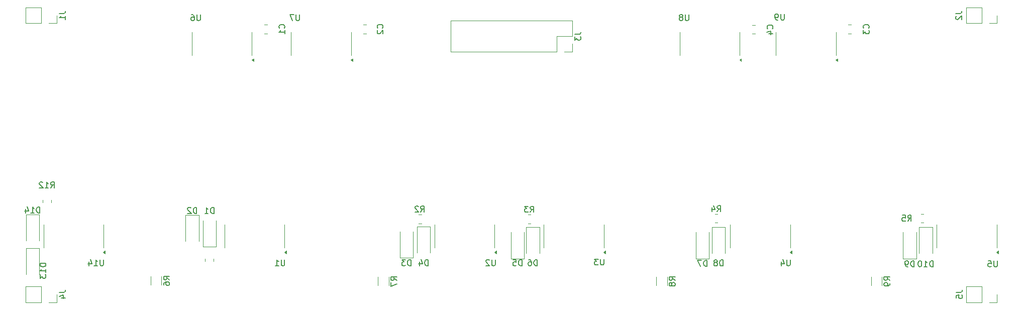
<source format=gbr>
%TF.GenerationSoftware,KiCad,Pcbnew,9.0.0*%
%TF.CreationDate,2025-03-11T11:24:58+01:00*%
%TF.ProjectId,CNIX V2 Tube Board,434e4958-2056-4322-9054-75626520426f,rev?*%
%TF.SameCoordinates,Original*%
%TF.FileFunction,Legend,Bot*%
%TF.FilePolarity,Positive*%
%FSLAX46Y46*%
G04 Gerber Fmt 4.6, Leading zero omitted, Abs format (unit mm)*
G04 Created by KiCad (PCBNEW 9.0.0) date 2025-03-11 11:24:58*
%MOMM*%
%LPD*%
G01*
G04 APERTURE LIST*
%ADD10C,0.150000*%
%ADD11C,0.120000*%
G04 APERTURE END LIST*
D10*
X98338094Y-110354819D02*
X98338094Y-109354819D01*
X98338094Y-109354819D02*
X98099999Y-109354819D01*
X98099999Y-109354819D02*
X97957142Y-109402438D01*
X97957142Y-109402438D02*
X97861904Y-109497676D01*
X97861904Y-109497676D02*
X97814285Y-109592914D01*
X97814285Y-109592914D02*
X97766666Y-109783390D01*
X97766666Y-109783390D02*
X97766666Y-109926247D01*
X97766666Y-109926247D02*
X97814285Y-110116723D01*
X97814285Y-110116723D02*
X97861904Y-110211961D01*
X97861904Y-110211961D02*
X97957142Y-110307200D01*
X97957142Y-110307200D02*
X98099999Y-110354819D01*
X98099999Y-110354819D02*
X98338094Y-110354819D01*
X96814285Y-110354819D02*
X97385713Y-110354819D01*
X97099999Y-110354819D02*
X97099999Y-109354819D01*
X97099999Y-109354819D02*
X97195237Y-109497676D01*
X97195237Y-109497676D02*
X97290475Y-109592914D01*
X97290475Y-109592914D02*
X97385713Y-109640533D01*
X133195955Y-110128473D02*
X133529288Y-109652282D01*
X133767383Y-110128473D02*
X133767383Y-109128473D01*
X133767383Y-109128473D02*
X133386431Y-109128473D01*
X133386431Y-109128473D02*
X133291193Y-109176092D01*
X133291193Y-109176092D02*
X133243574Y-109223711D01*
X133243574Y-109223711D02*
X133195955Y-109318949D01*
X133195955Y-109318949D02*
X133195955Y-109461806D01*
X133195955Y-109461806D02*
X133243574Y-109557044D01*
X133243574Y-109557044D02*
X133291193Y-109604663D01*
X133291193Y-109604663D02*
X133386431Y-109652282D01*
X133386431Y-109652282D02*
X133767383Y-109652282D01*
X132815002Y-109223711D02*
X132767383Y-109176092D01*
X132767383Y-109176092D02*
X132672145Y-109128473D01*
X132672145Y-109128473D02*
X132434050Y-109128473D01*
X132434050Y-109128473D02*
X132338812Y-109176092D01*
X132338812Y-109176092D02*
X132291193Y-109223711D01*
X132291193Y-109223711D02*
X132243574Y-109318949D01*
X132243574Y-109318949D02*
X132243574Y-109414187D01*
X132243574Y-109414187D02*
X132291193Y-109557044D01*
X132291193Y-109557044D02*
X132862621Y-110128473D01*
X132862621Y-110128473D02*
X132243574Y-110128473D01*
X72324819Y-76666666D02*
X73039104Y-76666666D01*
X73039104Y-76666666D02*
X73181961Y-76619047D01*
X73181961Y-76619047D02*
X73277200Y-76523809D01*
X73277200Y-76523809D02*
X73324819Y-76380952D01*
X73324819Y-76380952D02*
X73324819Y-76285714D01*
X73324819Y-77666666D02*
X73324819Y-77095238D01*
X73324819Y-77380952D02*
X72324819Y-77380952D01*
X72324819Y-77380952D02*
X72467676Y-77285714D01*
X72467676Y-77285714D02*
X72562914Y-77190476D01*
X72562914Y-77190476D02*
X72610533Y-77095238D01*
X230361904Y-118354819D02*
X230361904Y-119164342D01*
X230361904Y-119164342D02*
X230314285Y-119259580D01*
X230314285Y-119259580D02*
X230266666Y-119307200D01*
X230266666Y-119307200D02*
X230171428Y-119354819D01*
X230171428Y-119354819D02*
X229980952Y-119354819D01*
X229980952Y-119354819D02*
X229885714Y-119307200D01*
X229885714Y-119307200D02*
X229838095Y-119259580D01*
X229838095Y-119259580D02*
X229790476Y-119164342D01*
X229790476Y-119164342D02*
X229790476Y-118354819D01*
X228838095Y-118354819D02*
X229314285Y-118354819D01*
X229314285Y-118354819D02*
X229361904Y-118831009D01*
X229361904Y-118831009D02*
X229314285Y-118783390D01*
X229314285Y-118783390D02*
X229219047Y-118735771D01*
X229219047Y-118735771D02*
X228980952Y-118735771D01*
X228980952Y-118735771D02*
X228885714Y-118783390D01*
X228885714Y-118783390D02*
X228838095Y-118831009D01*
X228838095Y-118831009D02*
X228790476Y-118926247D01*
X228790476Y-118926247D02*
X228790476Y-119164342D01*
X228790476Y-119164342D02*
X228838095Y-119259580D01*
X228838095Y-119259580D02*
X228885714Y-119307200D01*
X228885714Y-119307200D02*
X228980952Y-119354819D01*
X228980952Y-119354819D02*
X229219047Y-119354819D01*
X229219047Y-119354819D02*
X229314285Y-119307200D01*
X229314285Y-119307200D02*
X229361904Y-119259580D01*
X164061904Y-118054819D02*
X164061904Y-118864342D01*
X164061904Y-118864342D02*
X164014285Y-118959580D01*
X164014285Y-118959580D02*
X163966666Y-119007200D01*
X163966666Y-119007200D02*
X163871428Y-119054819D01*
X163871428Y-119054819D02*
X163680952Y-119054819D01*
X163680952Y-119054819D02*
X163585714Y-119007200D01*
X163585714Y-119007200D02*
X163538095Y-118959580D01*
X163538095Y-118959580D02*
X163490476Y-118864342D01*
X163490476Y-118864342D02*
X163490476Y-118054819D01*
X163109523Y-118054819D02*
X162490476Y-118054819D01*
X162490476Y-118054819D02*
X162823809Y-118435771D01*
X162823809Y-118435771D02*
X162680952Y-118435771D01*
X162680952Y-118435771D02*
X162585714Y-118483390D01*
X162585714Y-118483390D02*
X162538095Y-118531009D01*
X162538095Y-118531009D02*
X162490476Y-118626247D01*
X162490476Y-118626247D02*
X162490476Y-118864342D01*
X162490476Y-118864342D02*
X162538095Y-118959580D01*
X162538095Y-118959580D02*
X162585714Y-119007200D01*
X162585714Y-119007200D02*
X162680952Y-119054819D01*
X162680952Y-119054819D02*
X162966666Y-119054819D01*
X162966666Y-119054819D02*
X163061904Y-119007200D01*
X163061904Y-119007200D02*
X163109523Y-118959580D01*
X192459580Y-79233333D02*
X192507200Y-79185714D01*
X192507200Y-79185714D02*
X192554819Y-79042857D01*
X192554819Y-79042857D02*
X192554819Y-78947619D01*
X192554819Y-78947619D02*
X192507200Y-78804762D01*
X192507200Y-78804762D02*
X192411961Y-78709524D01*
X192411961Y-78709524D02*
X192316723Y-78661905D01*
X192316723Y-78661905D02*
X192126247Y-78614286D01*
X192126247Y-78614286D02*
X191983390Y-78614286D01*
X191983390Y-78614286D02*
X191792914Y-78661905D01*
X191792914Y-78661905D02*
X191697676Y-78709524D01*
X191697676Y-78709524D02*
X191602438Y-78804762D01*
X191602438Y-78804762D02*
X191554819Y-78947619D01*
X191554819Y-78947619D02*
X191554819Y-79042857D01*
X191554819Y-79042857D02*
X191602438Y-79185714D01*
X191602438Y-79185714D02*
X191650057Y-79233333D01*
X191888152Y-80090476D02*
X192554819Y-80090476D01*
X191507200Y-79852381D02*
X192221485Y-79614286D01*
X192221485Y-79614286D02*
X192221485Y-80233333D01*
X70054819Y-118785714D02*
X69054819Y-118785714D01*
X69054819Y-118785714D02*
X69054819Y-119023809D01*
X69054819Y-119023809D02*
X69102438Y-119166666D01*
X69102438Y-119166666D02*
X69197676Y-119261904D01*
X69197676Y-119261904D02*
X69292914Y-119309523D01*
X69292914Y-119309523D02*
X69483390Y-119357142D01*
X69483390Y-119357142D02*
X69626247Y-119357142D01*
X69626247Y-119357142D02*
X69816723Y-119309523D01*
X69816723Y-119309523D02*
X69911961Y-119261904D01*
X69911961Y-119261904D02*
X70007200Y-119166666D01*
X70007200Y-119166666D02*
X70054819Y-119023809D01*
X70054819Y-119023809D02*
X70054819Y-118785714D01*
X70054819Y-120309523D02*
X70054819Y-119738095D01*
X70054819Y-120023809D02*
X69054819Y-120023809D01*
X69054819Y-120023809D02*
X69197676Y-119928571D01*
X69197676Y-119928571D02*
X69292914Y-119833333D01*
X69292914Y-119833333D02*
X69340533Y-119738095D01*
X69054819Y-120642857D02*
X69054819Y-121261904D01*
X69054819Y-121261904D02*
X69435771Y-120928571D01*
X69435771Y-120928571D02*
X69435771Y-121071428D01*
X69435771Y-121071428D02*
X69483390Y-121166666D01*
X69483390Y-121166666D02*
X69531009Y-121214285D01*
X69531009Y-121214285D02*
X69626247Y-121261904D01*
X69626247Y-121261904D02*
X69864342Y-121261904D01*
X69864342Y-121261904D02*
X69959580Y-121214285D01*
X69959580Y-121214285D02*
X70007200Y-121166666D01*
X70007200Y-121166666D02*
X70054819Y-121071428D01*
X70054819Y-121071428D02*
X70054819Y-120785714D01*
X70054819Y-120785714D02*
X70007200Y-120690476D01*
X70007200Y-120690476D02*
X69959580Y-120642857D01*
X184138094Y-119204819D02*
X184138094Y-118204819D01*
X184138094Y-118204819D02*
X183899999Y-118204819D01*
X183899999Y-118204819D02*
X183757142Y-118252438D01*
X183757142Y-118252438D02*
X183661904Y-118347676D01*
X183661904Y-118347676D02*
X183614285Y-118442914D01*
X183614285Y-118442914D02*
X183566666Y-118633390D01*
X183566666Y-118633390D02*
X183566666Y-118776247D01*
X183566666Y-118776247D02*
X183614285Y-118966723D01*
X183614285Y-118966723D02*
X183661904Y-119061961D01*
X183661904Y-119061961D02*
X183757142Y-119157200D01*
X183757142Y-119157200D02*
X183899999Y-119204819D01*
X183899999Y-119204819D02*
X184138094Y-119204819D01*
X182995237Y-118633390D02*
X183090475Y-118585771D01*
X183090475Y-118585771D02*
X183138094Y-118538152D01*
X183138094Y-118538152D02*
X183185713Y-118442914D01*
X183185713Y-118442914D02*
X183185713Y-118395295D01*
X183185713Y-118395295D02*
X183138094Y-118300057D01*
X183138094Y-118300057D02*
X183090475Y-118252438D01*
X183090475Y-118252438D02*
X182995237Y-118204819D01*
X182995237Y-118204819D02*
X182804761Y-118204819D01*
X182804761Y-118204819D02*
X182709523Y-118252438D01*
X182709523Y-118252438D02*
X182661904Y-118300057D01*
X182661904Y-118300057D02*
X182614285Y-118395295D01*
X182614285Y-118395295D02*
X182614285Y-118442914D01*
X182614285Y-118442914D02*
X182661904Y-118538152D01*
X182661904Y-118538152D02*
X182709523Y-118585771D01*
X182709523Y-118585771D02*
X182804761Y-118633390D01*
X182804761Y-118633390D02*
X182995237Y-118633390D01*
X182995237Y-118633390D02*
X183090475Y-118681009D01*
X183090475Y-118681009D02*
X183138094Y-118728628D01*
X183138094Y-118728628D02*
X183185713Y-118823866D01*
X183185713Y-118823866D02*
X183185713Y-119014342D01*
X183185713Y-119014342D02*
X183138094Y-119109580D01*
X183138094Y-119109580D02*
X183090475Y-119157200D01*
X183090475Y-119157200D02*
X182995237Y-119204819D01*
X182995237Y-119204819D02*
X182804761Y-119204819D01*
X182804761Y-119204819D02*
X182709523Y-119157200D01*
X182709523Y-119157200D02*
X182661904Y-119109580D01*
X182661904Y-119109580D02*
X182614285Y-119014342D01*
X182614285Y-119014342D02*
X182614285Y-118823866D01*
X182614285Y-118823866D02*
X182661904Y-118728628D01*
X182661904Y-118728628D02*
X182709523Y-118681009D01*
X182709523Y-118681009D02*
X182804761Y-118633390D01*
X150238094Y-119154820D02*
X150238094Y-118154820D01*
X150238094Y-118154820D02*
X149999999Y-118154820D01*
X149999999Y-118154820D02*
X149857142Y-118202439D01*
X149857142Y-118202439D02*
X149761904Y-118297677D01*
X149761904Y-118297677D02*
X149714285Y-118392915D01*
X149714285Y-118392915D02*
X149666666Y-118583391D01*
X149666666Y-118583391D02*
X149666666Y-118726248D01*
X149666666Y-118726248D02*
X149714285Y-118916724D01*
X149714285Y-118916724D02*
X149761904Y-119011962D01*
X149761904Y-119011962D02*
X149857142Y-119107201D01*
X149857142Y-119107201D02*
X149999999Y-119154820D01*
X149999999Y-119154820D02*
X150238094Y-119154820D01*
X148761904Y-118154820D02*
X149238094Y-118154820D01*
X149238094Y-118154820D02*
X149285713Y-118631010D01*
X149285713Y-118631010D02*
X149238094Y-118583391D01*
X149238094Y-118583391D02*
X149142856Y-118535772D01*
X149142856Y-118535772D02*
X148904761Y-118535772D01*
X148904761Y-118535772D02*
X148809523Y-118583391D01*
X148809523Y-118583391D02*
X148761904Y-118631010D01*
X148761904Y-118631010D02*
X148714285Y-118726248D01*
X148714285Y-118726248D02*
X148714285Y-118964343D01*
X148714285Y-118964343D02*
X148761904Y-119059581D01*
X148761904Y-119059581D02*
X148809523Y-119107201D01*
X148809523Y-119107201D02*
X148904761Y-119154820D01*
X148904761Y-119154820D02*
X149142856Y-119154820D01*
X149142856Y-119154820D02*
X149238094Y-119107201D01*
X149238094Y-119107201D02*
X149285713Y-119059581D01*
X110209580Y-79133333D02*
X110257200Y-79085714D01*
X110257200Y-79085714D02*
X110304819Y-78942857D01*
X110304819Y-78942857D02*
X110304819Y-78847619D01*
X110304819Y-78847619D02*
X110257200Y-78704762D01*
X110257200Y-78704762D02*
X110161961Y-78609524D01*
X110161961Y-78609524D02*
X110066723Y-78561905D01*
X110066723Y-78561905D02*
X109876247Y-78514286D01*
X109876247Y-78514286D02*
X109733390Y-78514286D01*
X109733390Y-78514286D02*
X109542914Y-78561905D01*
X109542914Y-78561905D02*
X109447676Y-78609524D01*
X109447676Y-78609524D02*
X109352438Y-78704762D01*
X109352438Y-78704762D02*
X109304819Y-78847619D01*
X109304819Y-78847619D02*
X109304819Y-78942857D01*
X109304819Y-78942857D02*
X109352438Y-79085714D01*
X109352438Y-79085714D02*
X109400057Y-79133333D01*
X110304819Y-80085714D02*
X110304819Y-79514286D01*
X110304819Y-79800000D02*
X109304819Y-79800000D01*
X109304819Y-79800000D02*
X109447676Y-79704762D01*
X109447676Y-79704762D02*
X109542914Y-79609524D01*
X109542914Y-79609524D02*
X109590533Y-79514286D01*
X223454819Y-123666666D02*
X224169104Y-123666666D01*
X224169104Y-123666666D02*
X224311961Y-123619047D01*
X224311961Y-123619047D02*
X224407200Y-123523809D01*
X224407200Y-123523809D02*
X224454819Y-123380952D01*
X224454819Y-123380952D02*
X224454819Y-123285714D01*
X223454819Y-124619047D02*
X223454819Y-124142857D01*
X223454819Y-124142857D02*
X223931009Y-124095238D01*
X223931009Y-124095238D02*
X223883390Y-124142857D01*
X223883390Y-124142857D02*
X223835771Y-124238095D01*
X223835771Y-124238095D02*
X223835771Y-124476190D01*
X223835771Y-124476190D02*
X223883390Y-124571428D01*
X223883390Y-124571428D02*
X223931009Y-124619047D01*
X223931009Y-124619047D02*
X224026247Y-124666666D01*
X224026247Y-124666666D02*
X224264342Y-124666666D01*
X224264342Y-124666666D02*
X224359580Y-124619047D01*
X224359580Y-124619047D02*
X224407200Y-124571428D01*
X224407200Y-124571428D02*
X224454819Y-124476190D01*
X224454819Y-124476190D02*
X224454819Y-124238095D01*
X224454819Y-124238095D02*
X224407200Y-124142857D01*
X224407200Y-124142857D02*
X224359580Y-124095238D01*
X96061904Y-76854819D02*
X96061904Y-77664342D01*
X96061904Y-77664342D02*
X96014285Y-77759580D01*
X96014285Y-77759580D02*
X95966666Y-77807200D01*
X95966666Y-77807200D02*
X95871428Y-77854819D01*
X95871428Y-77854819D02*
X95680952Y-77854819D01*
X95680952Y-77854819D02*
X95585714Y-77807200D01*
X95585714Y-77807200D02*
X95538095Y-77759580D01*
X95538095Y-77759580D02*
X95490476Y-77664342D01*
X95490476Y-77664342D02*
X95490476Y-76854819D01*
X94585714Y-76854819D02*
X94776190Y-76854819D01*
X94776190Y-76854819D02*
X94871428Y-76902438D01*
X94871428Y-76902438D02*
X94919047Y-76950057D01*
X94919047Y-76950057D02*
X95014285Y-77092914D01*
X95014285Y-77092914D02*
X95061904Y-77283390D01*
X95061904Y-77283390D02*
X95061904Y-77664342D01*
X95061904Y-77664342D02*
X95014285Y-77759580D01*
X95014285Y-77759580D02*
X94966666Y-77807200D01*
X94966666Y-77807200D02*
X94871428Y-77854819D01*
X94871428Y-77854819D02*
X94680952Y-77854819D01*
X94680952Y-77854819D02*
X94585714Y-77807200D01*
X94585714Y-77807200D02*
X94538095Y-77759580D01*
X94538095Y-77759580D02*
X94490476Y-77664342D01*
X94490476Y-77664342D02*
X94490476Y-77426247D01*
X94490476Y-77426247D02*
X94538095Y-77331009D01*
X94538095Y-77331009D02*
X94585714Y-77283390D01*
X94585714Y-77283390D02*
X94680952Y-77235771D01*
X94680952Y-77235771D02*
X94871428Y-77235771D01*
X94871428Y-77235771D02*
X94966666Y-77283390D01*
X94966666Y-77283390D02*
X95014285Y-77331009D01*
X95014285Y-77331009D02*
X95061904Y-77426247D01*
X195461904Y-118154819D02*
X195461904Y-118964342D01*
X195461904Y-118964342D02*
X195414285Y-119059580D01*
X195414285Y-119059580D02*
X195366666Y-119107200D01*
X195366666Y-119107200D02*
X195271428Y-119154819D01*
X195271428Y-119154819D02*
X195080952Y-119154819D01*
X195080952Y-119154819D02*
X194985714Y-119107200D01*
X194985714Y-119107200D02*
X194938095Y-119059580D01*
X194938095Y-119059580D02*
X194890476Y-118964342D01*
X194890476Y-118964342D02*
X194890476Y-118154819D01*
X193985714Y-118488152D02*
X193985714Y-119154819D01*
X194223809Y-118107200D02*
X194461904Y-118821485D01*
X194461904Y-118821485D02*
X193842857Y-118821485D01*
X151666666Y-110154818D02*
X151999999Y-109678627D01*
X152238094Y-110154818D02*
X152238094Y-109154818D01*
X152238094Y-109154818D02*
X151857142Y-109154818D01*
X151857142Y-109154818D02*
X151761904Y-109202437D01*
X151761904Y-109202437D02*
X151714285Y-109250056D01*
X151714285Y-109250056D02*
X151666666Y-109345294D01*
X151666666Y-109345294D02*
X151666666Y-109488151D01*
X151666666Y-109488151D02*
X151714285Y-109583389D01*
X151714285Y-109583389D02*
X151761904Y-109631008D01*
X151761904Y-109631008D02*
X151857142Y-109678627D01*
X151857142Y-109678627D02*
X152238094Y-109678627D01*
X151333332Y-109154818D02*
X150714285Y-109154818D01*
X150714285Y-109154818D02*
X151047618Y-109535770D01*
X151047618Y-109535770D02*
X150904761Y-109535770D01*
X150904761Y-109535770D02*
X150809523Y-109583389D01*
X150809523Y-109583389D02*
X150761904Y-109631008D01*
X150761904Y-109631008D02*
X150714285Y-109726246D01*
X150714285Y-109726246D02*
X150714285Y-109964341D01*
X150714285Y-109964341D02*
X150761904Y-110059579D01*
X150761904Y-110059579D02*
X150809523Y-110107199D01*
X150809523Y-110107199D02*
X150904761Y-110154818D01*
X150904761Y-110154818D02*
X151190475Y-110154818D01*
X151190475Y-110154818D02*
X151285713Y-110107199D01*
X151285713Y-110107199D02*
X151333332Y-110059579D01*
X176074819Y-121633333D02*
X175598628Y-121300000D01*
X176074819Y-121061905D02*
X175074819Y-121061905D01*
X175074819Y-121061905D02*
X175074819Y-121442857D01*
X175074819Y-121442857D02*
X175122438Y-121538095D01*
X175122438Y-121538095D02*
X175170057Y-121585714D01*
X175170057Y-121585714D02*
X175265295Y-121633333D01*
X175265295Y-121633333D02*
X175408152Y-121633333D01*
X175408152Y-121633333D02*
X175503390Y-121585714D01*
X175503390Y-121585714D02*
X175551009Y-121538095D01*
X175551009Y-121538095D02*
X175598628Y-121442857D01*
X175598628Y-121442857D02*
X175598628Y-121061905D01*
X175503390Y-122204762D02*
X175455771Y-122109524D01*
X175455771Y-122109524D02*
X175408152Y-122061905D01*
X175408152Y-122061905D02*
X175312914Y-122014286D01*
X175312914Y-122014286D02*
X175265295Y-122014286D01*
X175265295Y-122014286D02*
X175170057Y-122061905D01*
X175170057Y-122061905D02*
X175122438Y-122109524D01*
X175122438Y-122109524D02*
X175074819Y-122204762D01*
X175074819Y-122204762D02*
X175074819Y-122395238D01*
X175074819Y-122395238D02*
X175122438Y-122490476D01*
X175122438Y-122490476D02*
X175170057Y-122538095D01*
X175170057Y-122538095D02*
X175265295Y-122585714D01*
X175265295Y-122585714D02*
X175312914Y-122585714D01*
X175312914Y-122585714D02*
X175408152Y-122538095D01*
X175408152Y-122538095D02*
X175455771Y-122490476D01*
X175455771Y-122490476D02*
X175503390Y-122395238D01*
X175503390Y-122395238D02*
X175503390Y-122204762D01*
X175503390Y-122204762D02*
X175551009Y-122109524D01*
X175551009Y-122109524D02*
X175598628Y-122061905D01*
X175598628Y-122061905D02*
X175693866Y-122014286D01*
X175693866Y-122014286D02*
X175884342Y-122014286D01*
X175884342Y-122014286D02*
X175979580Y-122061905D01*
X175979580Y-122061905D02*
X176027200Y-122109524D01*
X176027200Y-122109524D02*
X176074819Y-122204762D01*
X176074819Y-122204762D02*
X176074819Y-122395238D01*
X176074819Y-122395238D02*
X176027200Y-122490476D01*
X176027200Y-122490476D02*
X175979580Y-122538095D01*
X175979580Y-122538095D02*
X175884342Y-122585714D01*
X175884342Y-122585714D02*
X175693866Y-122585714D01*
X175693866Y-122585714D02*
X175598628Y-122538095D01*
X175598628Y-122538095D02*
X175551009Y-122490476D01*
X175551009Y-122490476D02*
X175503390Y-122395238D01*
X129174819Y-121633333D02*
X128698628Y-121300000D01*
X129174819Y-121061905D02*
X128174819Y-121061905D01*
X128174819Y-121061905D02*
X128174819Y-121442857D01*
X128174819Y-121442857D02*
X128222438Y-121538095D01*
X128222438Y-121538095D02*
X128270057Y-121585714D01*
X128270057Y-121585714D02*
X128365295Y-121633333D01*
X128365295Y-121633333D02*
X128508152Y-121633333D01*
X128508152Y-121633333D02*
X128603390Y-121585714D01*
X128603390Y-121585714D02*
X128651009Y-121538095D01*
X128651009Y-121538095D02*
X128698628Y-121442857D01*
X128698628Y-121442857D02*
X128698628Y-121061905D01*
X128174819Y-121966667D02*
X128174819Y-122633333D01*
X128174819Y-122633333D02*
X129174819Y-122204762D01*
X194461904Y-76754819D02*
X194461904Y-77564342D01*
X194461904Y-77564342D02*
X194414285Y-77659580D01*
X194414285Y-77659580D02*
X194366666Y-77707200D01*
X194366666Y-77707200D02*
X194271428Y-77754819D01*
X194271428Y-77754819D02*
X194080952Y-77754819D01*
X194080952Y-77754819D02*
X193985714Y-77707200D01*
X193985714Y-77707200D02*
X193938095Y-77659580D01*
X193938095Y-77659580D02*
X193890476Y-77564342D01*
X193890476Y-77564342D02*
X193890476Y-76754819D01*
X193366666Y-77754819D02*
X193176190Y-77754819D01*
X193176190Y-77754819D02*
X193080952Y-77707200D01*
X193080952Y-77707200D02*
X193033333Y-77659580D01*
X193033333Y-77659580D02*
X192938095Y-77516723D01*
X192938095Y-77516723D02*
X192890476Y-77326247D01*
X192890476Y-77326247D02*
X192890476Y-76945295D01*
X192890476Y-76945295D02*
X192938095Y-76850057D01*
X192938095Y-76850057D02*
X192985714Y-76802438D01*
X192985714Y-76802438D02*
X193080952Y-76754819D01*
X193080952Y-76754819D02*
X193271428Y-76754819D01*
X193271428Y-76754819D02*
X193366666Y-76802438D01*
X193366666Y-76802438D02*
X193414285Y-76850057D01*
X193414285Y-76850057D02*
X193461904Y-76945295D01*
X193461904Y-76945295D02*
X193461904Y-77183390D01*
X193461904Y-77183390D02*
X193414285Y-77278628D01*
X193414285Y-77278628D02*
X193366666Y-77326247D01*
X193366666Y-77326247D02*
X193271428Y-77373866D01*
X193271428Y-77373866D02*
X193080952Y-77373866D01*
X193080952Y-77373866D02*
X192985714Y-77326247D01*
X192985714Y-77326247D02*
X192938095Y-77278628D01*
X192938095Y-77278628D02*
X192890476Y-77183390D01*
X72324819Y-123666666D02*
X73039104Y-123666666D01*
X73039104Y-123666666D02*
X73181961Y-123619047D01*
X73181961Y-123619047D02*
X73277200Y-123523809D01*
X73277200Y-123523809D02*
X73324819Y-123380952D01*
X73324819Y-123380952D02*
X73324819Y-123285714D01*
X72658152Y-124571428D02*
X73324819Y-124571428D01*
X72277200Y-124333333D02*
X72991485Y-124095238D01*
X72991485Y-124095238D02*
X72991485Y-124714285D01*
X208659580Y-79133333D02*
X208707200Y-79085714D01*
X208707200Y-79085714D02*
X208754819Y-78942857D01*
X208754819Y-78942857D02*
X208754819Y-78847619D01*
X208754819Y-78847619D02*
X208707200Y-78704762D01*
X208707200Y-78704762D02*
X208611961Y-78609524D01*
X208611961Y-78609524D02*
X208516723Y-78561905D01*
X208516723Y-78561905D02*
X208326247Y-78514286D01*
X208326247Y-78514286D02*
X208183390Y-78514286D01*
X208183390Y-78514286D02*
X207992914Y-78561905D01*
X207992914Y-78561905D02*
X207897676Y-78609524D01*
X207897676Y-78609524D02*
X207802438Y-78704762D01*
X207802438Y-78704762D02*
X207754819Y-78847619D01*
X207754819Y-78847619D02*
X207754819Y-78942857D01*
X207754819Y-78942857D02*
X207802438Y-79085714D01*
X207802438Y-79085714D02*
X207850057Y-79133333D01*
X207754819Y-79466667D02*
X207754819Y-80085714D01*
X207754819Y-80085714D02*
X208135771Y-79752381D01*
X208135771Y-79752381D02*
X208135771Y-79895238D01*
X208135771Y-79895238D02*
X208183390Y-79990476D01*
X208183390Y-79990476D02*
X208231009Y-80038095D01*
X208231009Y-80038095D02*
X208326247Y-80085714D01*
X208326247Y-80085714D02*
X208564342Y-80085714D01*
X208564342Y-80085714D02*
X208659580Y-80038095D01*
X208659580Y-80038095D02*
X208707200Y-79990476D01*
X208707200Y-79990476D02*
X208754819Y-79895238D01*
X208754819Y-79895238D02*
X208754819Y-79609524D01*
X208754819Y-79609524D02*
X208707200Y-79514286D01*
X208707200Y-79514286D02*
X208659580Y-79466667D01*
X159159819Y-80171666D02*
X159874104Y-80171666D01*
X159874104Y-80171666D02*
X160016961Y-80124047D01*
X160016961Y-80124047D02*
X160112200Y-80028809D01*
X160112200Y-80028809D02*
X160159819Y-79885952D01*
X160159819Y-79885952D02*
X160159819Y-79790714D01*
X159159819Y-80552619D02*
X159159819Y-81171666D01*
X159159819Y-81171666D02*
X159540771Y-80838333D01*
X159540771Y-80838333D02*
X159540771Y-80981190D01*
X159540771Y-80981190D02*
X159588390Y-81076428D01*
X159588390Y-81076428D02*
X159636009Y-81124047D01*
X159636009Y-81124047D02*
X159731247Y-81171666D01*
X159731247Y-81171666D02*
X159969342Y-81171666D01*
X159969342Y-81171666D02*
X160064580Y-81124047D01*
X160064580Y-81124047D02*
X160112200Y-81076428D01*
X160112200Y-81076428D02*
X160159819Y-80981190D01*
X160159819Y-80981190D02*
X160159819Y-80695476D01*
X160159819Y-80695476D02*
X160112200Y-80600238D01*
X160112200Y-80600238D02*
X160064580Y-80552619D01*
X178361904Y-76854819D02*
X178361904Y-77664342D01*
X178361904Y-77664342D02*
X178314285Y-77759580D01*
X178314285Y-77759580D02*
X178266666Y-77807200D01*
X178266666Y-77807200D02*
X178171428Y-77854819D01*
X178171428Y-77854819D02*
X177980952Y-77854819D01*
X177980952Y-77854819D02*
X177885714Y-77807200D01*
X177885714Y-77807200D02*
X177838095Y-77759580D01*
X177838095Y-77759580D02*
X177790476Y-77664342D01*
X177790476Y-77664342D02*
X177790476Y-76854819D01*
X177171428Y-77283390D02*
X177266666Y-77235771D01*
X177266666Y-77235771D02*
X177314285Y-77188152D01*
X177314285Y-77188152D02*
X177361904Y-77092914D01*
X177361904Y-77092914D02*
X177361904Y-77045295D01*
X177361904Y-77045295D02*
X177314285Y-76950057D01*
X177314285Y-76950057D02*
X177266666Y-76902438D01*
X177266666Y-76902438D02*
X177171428Y-76854819D01*
X177171428Y-76854819D02*
X176980952Y-76854819D01*
X176980952Y-76854819D02*
X176885714Y-76902438D01*
X176885714Y-76902438D02*
X176838095Y-76950057D01*
X176838095Y-76950057D02*
X176790476Y-77045295D01*
X176790476Y-77045295D02*
X176790476Y-77092914D01*
X176790476Y-77092914D02*
X176838095Y-77188152D01*
X176838095Y-77188152D02*
X176885714Y-77235771D01*
X176885714Y-77235771D02*
X176980952Y-77283390D01*
X176980952Y-77283390D02*
X177171428Y-77283390D01*
X177171428Y-77283390D02*
X177266666Y-77331009D01*
X177266666Y-77331009D02*
X177314285Y-77378628D01*
X177314285Y-77378628D02*
X177361904Y-77473866D01*
X177361904Y-77473866D02*
X177361904Y-77664342D01*
X177361904Y-77664342D02*
X177314285Y-77759580D01*
X177314285Y-77759580D02*
X177266666Y-77807200D01*
X177266666Y-77807200D02*
X177171428Y-77854819D01*
X177171428Y-77854819D02*
X176980952Y-77854819D01*
X176980952Y-77854819D02*
X176885714Y-77807200D01*
X176885714Y-77807200D02*
X176838095Y-77759580D01*
X176838095Y-77759580D02*
X176790476Y-77664342D01*
X176790476Y-77664342D02*
X176790476Y-77473866D01*
X176790476Y-77473866D02*
X176838095Y-77378628D01*
X176838095Y-77378628D02*
X176885714Y-77331009D01*
X176885714Y-77331009D02*
X176980952Y-77283390D01*
X112761904Y-76854819D02*
X112761904Y-77664342D01*
X112761904Y-77664342D02*
X112714285Y-77759580D01*
X112714285Y-77759580D02*
X112666666Y-77807200D01*
X112666666Y-77807200D02*
X112571428Y-77854819D01*
X112571428Y-77854819D02*
X112380952Y-77854819D01*
X112380952Y-77854819D02*
X112285714Y-77807200D01*
X112285714Y-77807200D02*
X112238095Y-77759580D01*
X112238095Y-77759580D02*
X112190476Y-77664342D01*
X112190476Y-77664342D02*
X112190476Y-76854819D01*
X111809523Y-76854819D02*
X111142857Y-76854819D01*
X111142857Y-76854819D02*
X111571428Y-77854819D01*
X212274819Y-121633333D02*
X211798628Y-121300000D01*
X212274819Y-121061905D02*
X211274819Y-121061905D01*
X211274819Y-121061905D02*
X211274819Y-121442857D01*
X211274819Y-121442857D02*
X211322438Y-121538095D01*
X211322438Y-121538095D02*
X211370057Y-121585714D01*
X211370057Y-121585714D02*
X211465295Y-121633333D01*
X211465295Y-121633333D02*
X211608152Y-121633333D01*
X211608152Y-121633333D02*
X211703390Y-121585714D01*
X211703390Y-121585714D02*
X211751009Y-121538095D01*
X211751009Y-121538095D02*
X211798628Y-121442857D01*
X211798628Y-121442857D02*
X211798628Y-121061905D01*
X212274819Y-122109524D02*
X212274819Y-122300000D01*
X212274819Y-122300000D02*
X212227200Y-122395238D01*
X212227200Y-122395238D02*
X212179580Y-122442857D01*
X212179580Y-122442857D02*
X212036723Y-122538095D01*
X212036723Y-122538095D02*
X211846247Y-122585714D01*
X211846247Y-122585714D02*
X211465295Y-122585714D01*
X211465295Y-122585714D02*
X211370057Y-122538095D01*
X211370057Y-122538095D02*
X211322438Y-122490476D01*
X211322438Y-122490476D02*
X211274819Y-122395238D01*
X211274819Y-122395238D02*
X211274819Y-122204762D01*
X211274819Y-122204762D02*
X211322438Y-122109524D01*
X211322438Y-122109524D02*
X211370057Y-122061905D01*
X211370057Y-122061905D02*
X211465295Y-122014286D01*
X211465295Y-122014286D02*
X211703390Y-122014286D01*
X211703390Y-122014286D02*
X211798628Y-122061905D01*
X211798628Y-122061905D02*
X211846247Y-122109524D01*
X211846247Y-122109524D02*
X211893866Y-122204762D01*
X211893866Y-122204762D02*
X211893866Y-122395238D01*
X211893866Y-122395238D02*
X211846247Y-122490476D01*
X211846247Y-122490476D02*
X211798628Y-122538095D01*
X211798628Y-122538095D02*
X211703390Y-122585714D01*
X183166666Y-110054819D02*
X183499999Y-109578628D01*
X183738094Y-110054819D02*
X183738094Y-109054819D01*
X183738094Y-109054819D02*
X183357142Y-109054819D01*
X183357142Y-109054819D02*
X183261904Y-109102438D01*
X183261904Y-109102438D02*
X183214285Y-109150057D01*
X183214285Y-109150057D02*
X183166666Y-109245295D01*
X183166666Y-109245295D02*
X183166666Y-109388152D01*
X183166666Y-109388152D02*
X183214285Y-109483390D01*
X183214285Y-109483390D02*
X183261904Y-109531009D01*
X183261904Y-109531009D02*
X183357142Y-109578628D01*
X183357142Y-109578628D02*
X183738094Y-109578628D01*
X182309523Y-109388152D02*
X182309523Y-110054819D01*
X182547618Y-109007200D02*
X182785713Y-109721485D01*
X182785713Y-109721485D02*
X182166666Y-109721485D01*
X219514285Y-119354819D02*
X219514285Y-118354819D01*
X219514285Y-118354819D02*
X219276190Y-118354819D01*
X219276190Y-118354819D02*
X219133333Y-118402438D01*
X219133333Y-118402438D02*
X219038095Y-118497676D01*
X219038095Y-118497676D02*
X218990476Y-118592914D01*
X218990476Y-118592914D02*
X218942857Y-118783390D01*
X218942857Y-118783390D02*
X218942857Y-118926247D01*
X218942857Y-118926247D02*
X218990476Y-119116723D01*
X218990476Y-119116723D02*
X219038095Y-119211961D01*
X219038095Y-119211961D02*
X219133333Y-119307200D01*
X219133333Y-119307200D02*
X219276190Y-119354819D01*
X219276190Y-119354819D02*
X219514285Y-119354819D01*
X217990476Y-119354819D02*
X218561904Y-119354819D01*
X218276190Y-119354819D02*
X218276190Y-118354819D01*
X218276190Y-118354819D02*
X218371428Y-118497676D01*
X218371428Y-118497676D02*
X218466666Y-118592914D01*
X218466666Y-118592914D02*
X218561904Y-118640533D01*
X217371428Y-118354819D02*
X217276190Y-118354819D01*
X217276190Y-118354819D02*
X217180952Y-118402438D01*
X217180952Y-118402438D02*
X217133333Y-118450057D01*
X217133333Y-118450057D02*
X217085714Y-118545295D01*
X217085714Y-118545295D02*
X217038095Y-118735771D01*
X217038095Y-118735771D02*
X217038095Y-118973866D01*
X217038095Y-118973866D02*
X217085714Y-119164342D01*
X217085714Y-119164342D02*
X217133333Y-119259580D01*
X217133333Y-119259580D02*
X217180952Y-119307200D01*
X217180952Y-119307200D02*
X217276190Y-119354819D01*
X217276190Y-119354819D02*
X217371428Y-119354819D01*
X217371428Y-119354819D02*
X217466666Y-119307200D01*
X217466666Y-119307200D02*
X217514285Y-119259580D01*
X217514285Y-119259580D02*
X217561904Y-119164342D01*
X217561904Y-119164342D02*
X217609523Y-118973866D01*
X217609523Y-118973866D02*
X217609523Y-118735771D01*
X217609523Y-118735771D02*
X217561904Y-118545295D01*
X217561904Y-118545295D02*
X217514285Y-118450057D01*
X217514285Y-118450057D02*
X217466666Y-118402438D01*
X217466666Y-118402438D02*
X217371428Y-118354819D01*
X126759581Y-79133333D02*
X126807201Y-79085714D01*
X126807201Y-79085714D02*
X126854820Y-78942857D01*
X126854820Y-78942857D02*
X126854820Y-78847619D01*
X126854820Y-78847619D02*
X126807201Y-78704762D01*
X126807201Y-78704762D02*
X126711962Y-78609524D01*
X126711962Y-78609524D02*
X126616724Y-78561905D01*
X126616724Y-78561905D02*
X126426248Y-78514286D01*
X126426248Y-78514286D02*
X126283391Y-78514286D01*
X126283391Y-78514286D02*
X126092915Y-78561905D01*
X126092915Y-78561905D02*
X125997677Y-78609524D01*
X125997677Y-78609524D02*
X125902439Y-78704762D01*
X125902439Y-78704762D02*
X125854820Y-78847619D01*
X125854820Y-78847619D02*
X125854820Y-78942857D01*
X125854820Y-78942857D02*
X125902439Y-79085714D01*
X125902439Y-79085714D02*
X125950058Y-79133333D01*
X125950058Y-79514286D02*
X125902439Y-79561905D01*
X125902439Y-79561905D02*
X125854820Y-79657143D01*
X125854820Y-79657143D02*
X125854820Y-79895238D01*
X125854820Y-79895238D02*
X125902439Y-79990476D01*
X125902439Y-79990476D02*
X125950058Y-80038095D01*
X125950058Y-80038095D02*
X126045296Y-80085714D01*
X126045296Y-80085714D02*
X126140534Y-80085714D01*
X126140534Y-80085714D02*
X126283391Y-80038095D01*
X126283391Y-80038095D02*
X126854820Y-79466667D01*
X126854820Y-79466667D02*
X126854820Y-80085714D01*
X70842857Y-106067319D02*
X71176190Y-105591128D01*
X71414285Y-106067319D02*
X71414285Y-105067319D01*
X71414285Y-105067319D02*
X71033333Y-105067319D01*
X71033333Y-105067319D02*
X70938095Y-105114938D01*
X70938095Y-105114938D02*
X70890476Y-105162557D01*
X70890476Y-105162557D02*
X70842857Y-105257795D01*
X70842857Y-105257795D02*
X70842857Y-105400652D01*
X70842857Y-105400652D02*
X70890476Y-105495890D01*
X70890476Y-105495890D02*
X70938095Y-105543509D01*
X70938095Y-105543509D02*
X71033333Y-105591128D01*
X71033333Y-105591128D02*
X71414285Y-105591128D01*
X69890476Y-106067319D02*
X70461904Y-106067319D01*
X70176190Y-106067319D02*
X70176190Y-105067319D01*
X70176190Y-105067319D02*
X70271428Y-105210176D01*
X70271428Y-105210176D02*
X70366666Y-105305414D01*
X70366666Y-105305414D02*
X70461904Y-105353033D01*
X69509523Y-105162557D02*
X69461904Y-105114938D01*
X69461904Y-105114938D02*
X69366666Y-105067319D01*
X69366666Y-105067319D02*
X69128571Y-105067319D01*
X69128571Y-105067319D02*
X69033333Y-105114938D01*
X69033333Y-105114938D02*
X68985714Y-105162557D01*
X68985714Y-105162557D02*
X68938095Y-105257795D01*
X68938095Y-105257795D02*
X68938095Y-105353033D01*
X68938095Y-105353033D02*
X68985714Y-105495890D01*
X68985714Y-105495890D02*
X69557142Y-106067319D01*
X69557142Y-106067319D02*
X68938095Y-106067319D01*
X79738094Y-118154819D02*
X79738094Y-118964342D01*
X79738094Y-118964342D02*
X79690475Y-119059580D01*
X79690475Y-119059580D02*
X79642856Y-119107200D01*
X79642856Y-119107200D02*
X79547618Y-119154819D01*
X79547618Y-119154819D02*
X79357142Y-119154819D01*
X79357142Y-119154819D02*
X79261904Y-119107200D01*
X79261904Y-119107200D02*
X79214285Y-119059580D01*
X79214285Y-119059580D02*
X79166666Y-118964342D01*
X79166666Y-118964342D02*
X79166666Y-118154819D01*
X78166666Y-119154819D02*
X78738094Y-119154819D01*
X78452380Y-119154819D02*
X78452380Y-118154819D01*
X78452380Y-118154819D02*
X78547618Y-118297676D01*
X78547618Y-118297676D02*
X78642856Y-118392914D01*
X78642856Y-118392914D02*
X78738094Y-118440533D01*
X77309523Y-118488152D02*
X77309523Y-119154819D01*
X77547618Y-118107200D02*
X77785713Y-118821485D01*
X77785713Y-118821485D02*
X77166666Y-118821485D01*
X69014285Y-110254819D02*
X69014285Y-109254819D01*
X69014285Y-109254819D02*
X68776190Y-109254819D01*
X68776190Y-109254819D02*
X68633333Y-109302438D01*
X68633333Y-109302438D02*
X68538095Y-109397676D01*
X68538095Y-109397676D02*
X68490476Y-109492914D01*
X68490476Y-109492914D02*
X68442857Y-109683390D01*
X68442857Y-109683390D02*
X68442857Y-109826247D01*
X68442857Y-109826247D02*
X68490476Y-110016723D01*
X68490476Y-110016723D02*
X68538095Y-110111961D01*
X68538095Y-110111961D02*
X68633333Y-110207200D01*
X68633333Y-110207200D02*
X68776190Y-110254819D01*
X68776190Y-110254819D02*
X69014285Y-110254819D01*
X67490476Y-110254819D02*
X68061904Y-110254819D01*
X67776190Y-110254819D02*
X67776190Y-109254819D01*
X67776190Y-109254819D02*
X67871428Y-109397676D01*
X67871428Y-109397676D02*
X67966666Y-109492914D01*
X67966666Y-109492914D02*
X68061904Y-109540533D01*
X66633333Y-109588152D02*
X66633333Y-110254819D01*
X66871428Y-109207200D02*
X67109523Y-109921485D01*
X67109523Y-109921485D02*
X66490476Y-109921485D01*
X223378167Y-76681235D02*
X224092452Y-76681235D01*
X224092452Y-76681235D02*
X224235309Y-76633616D01*
X224235309Y-76633616D02*
X224330548Y-76538378D01*
X224330548Y-76538378D02*
X224378167Y-76395521D01*
X224378167Y-76395521D02*
X224378167Y-76300283D01*
X223473405Y-77109807D02*
X223425786Y-77157426D01*
X223425786Y-77157426D02*
X223378167Y-77252664D01*
X223378167Y-77252664D02*
X223378167Y-77490759D01*
X223378167Y-77490759D02*
X223425786Y-77585997D01*
X223425786Y-77585997D02*
X223473405Y-77633616D01*
X223473405Y-77633616D02*
X223568643Y-77681235D01*
X223568643Y-77681235D02*
X223663881Y-77681235D01*
X223663881Y-77681235D02*
X223806738Y-77633616D01*
X223806738Y-77633616D02*
X224378167Y-77062188D01*
X224378167Y-77062188D02*
X224378167Y-77681235D01*
X145761904Y-118154819D02*
X145761904Y-118964342D01*
X145761904Y-118964342D02*
X145714285Y-119059580D01*
X145714285Y-119059580D02*
X145666666Y-119107200D01*
X145666666Y-119107200D02*
X145571428Y-119154819D01*
X145571428Y-119154819D02*
X145380952Y-119154819D01*
X145380952Y-119154819D02*
X145285714Y-119107200D01*
X145285714Y-119107200D02*
X145238095Y-119059580D01*
X145238095Y-119059580D02*
X145190476Y-118964342D01*
X145190476Y-118964342D02*
X145190476Y-118154819D01*
X144761904Y-118250057D02*
X144714285Y-118202438D01*
X144714285Y-118202438D02*
X144619047Y-118154819D01*
X144619047Y-118154819D02*
X144380952Y-118154819D01*
X144380952Y-118154819D02*
X144285714Y-118202438D01*
X144285714Y-118202438D02*
X144238095Y-118250057D01*
X144238095Y-118250057D02*
X144190476Y-118345295D01*
X144190476Y-118345295D02*
X144190476Y-118440533D01*
X144190476Y-118440533D02*
X144238095Y-118583390D01*
X144238095Y-118583390D02*
X144809523Y-119154819D01*
X144809523Y-119154819D02*
X144190476Y-119154819D01*
X95438094Y-110354819D02*
X95438094Y-109354819D01*
X95438094Y-109354819D02*
X95199999Y-109354819D01*
X95199999Y-109354819D02*
X95057142Y-109402438D01*
X95057142Y-109402438D02*
X94961904Y-109497676D01*
X94961904Y-109497676D02*
X94914285Y-109592914D01*
X94914285Y-109592914D02*
X94866666Y-109783390D01*
X94866666Y-109783390D02*
X94866666Y-109926247D01*
X94866666Y-109926247D02*
X94914285Y-110116723D01*
X94914285Y-110116723D02*
X94961904Y-110211961D01*
X94961904Y-110211961D02*
X95057142Y-110307200D01*
X95057142Y-110307200D02*
X95199999Y-110354819D01*
X95199999Y-110354819D02*
X95438094Y-110354819D01*
X94485713Y-109450057D02*
X94438094Y-109402438D01*
X94438094Y-109402438D02*
X94342856Y-109354819D01*
X94342856Y-109354819D02*
X94104761Y-109354819D01*
X94104761Y-109354819D02*
X94009523Y-109402438D01*
X94009523Y-109402438D02*
X93961904Y-109450057D01*
X93961904Y-109450057D02*
X93914285Y-109545295D01*
X93914285Y-109545295D02*
X93914285Y-109640533D01*
X93914285Y-109640533D02*
X93961904Y-109783390D01*
X93961904Y-109783390D02*
X94533332Y-110354819D01*
X94533332Y-110354819D02*
X93914285Y-110354819D01*
X152838094Y-119154819D02*
X152838094Y-118154819D01*
X152838094Y-118154819D02*
X152599999Y-118154819D01*
X152599999Y-118154819D02*
X152457142Y-118202438D01*
X152457142Y-118202438D02*
X152361904Y-118297676D01*
X152361904Y-118297676D02*
X152314285Y-118392914D01*
X152314285Y-118392914D02*
X152266666Y-118583390D01*
X152266666Y-118583390D02*
X152266666Y-118726247D01*
X152266666Y-118726247D02*
X152314285Y-118916723D01*
X152314285Y-118916723D02*
X152361904Y-119011961D01*
X152361904Y-119011961D02*
X152457142Y-119107200D01*
X152457142Y-119107200D02*
X152599999Y-119154819D01*
X152599999Y-119154819D02*
X152838094Y-119154819D01*
X151409523Y-118154819D02*
X151599999Y-118154819D01*
X151599999Y-118154819D02*
X151695237Y-118202438D01*
X151695237Y-118202438D02*
X151742856Y-118250057D01*
X151742856Y-118250057D02*
X151838094Y-118392914D01*
X151838094Y-118392914D02*
X151885713Y-118583390D01*
X151885713Y-118583390D02*
X151885713Y-118964342D01*
X151885713Y-118964342D02*
X151838094Y-119059580D01*
X151838094Y-119059580D02*
X151790475Y-119107200D01*
X151790475Y-119107200D02*
X151695237Y-119154819D01*
X151695237Y-119154819D02*
X151504761Y-119154819D01*
X151504761Y-119154819D02*
X151409523Y-119107200D01*
X151409523Y-119107200D02*
X151361904Y-119059580D01*
X151361904Y-119059580D02*
X151314285Y-118964342D01*
X151314285Y-118964342D02*
X151314285Y-118726247D01*
X151314285Y-118726247D02*
X151361904Y-118631009D01*
X151361904Y-118631009D02*
X151409523Y-118583390D01*
X151409523Y-118583390D02*
X151504761Y-118535771D01*
X151504761Y-118535771D02*
X151695237Y-118535771D01*
X151695237Y-118535771D02*
X151790475Y-118583390D01*
X151790475Y-118583390D02*
X151838094Y-118631009D01*
X151838094Y-118631009D02*
X151885713Y-118726247D01*
X131538094Y-119154819D02*
X131538094Y-118154819D01*
X131538094Y-118154819D02*
X131299999Y-118154819D01*
X131299999Y-118154819D02*
X131157142Y-118202438D01*
X131157142Y-118202438D02*
X131061904Y-118297676D01*
X131061904Y-118297676D02*
X131014285Y-118392914D01*
X131014285Y-118392914D02*
X130966666Y-118583390D01*
X130966666Y-118583390D02*
X130966666Y-118726247D01*
X130966666Y-118726247D02*
X131014285Y-118916723D01*
X131014285Y-118916723D02*
X131061904Y-119011961D01*
X131061904Y-119011961D02*
X131157142Y-119107200D01*
X131157142Y-119107200D02*
X131299999Y-119154819D01*
X131299999Y-119154819D02*
X131538094Y-119154819D01*
X130633332Y-118154819D02*
X130014285Y-118154819D01*
X130014285Y-118154819D02*
X130347618Y-118535771D01*
X130347618Y-118535771D02*
X130204761Y-118535771D01*
X130204761Y-118535771D02*
X130109523Y-118583390D01*
X130109523Y-118583390D02*
X130061904Y-118631009D01*
X130061904Y-118631009D02*
X130014285Y-118726247D01*
X130014285Y-118726247D02*
X130014285Y-118964342D01*
X130014285Y-118964342D02*
X130061904Y-119059580D01*
X130061904Y-119059580D02*
X130109523Y-119107200D01*
X130109523Y-119107200D02*
X130204761Y-119154819D01*
X130204761Y-119154819D02*
X130490475Y-119154819D01*
X130490475Y-119154819D02*
X130585713Y-119107200D01*
X130585713Y-119107200D02*
X130633332Y-119059580D01*
X181438094Y-119254819D02*
X181438094Y-118254819D01*
X181438094Y-118254819D02*
X181199999Y-118254819D01*
X181199999Y-118254819D02*
X181057142Y-118302438D01*
X181057142Y-118302438D02*
X180961904Y-118397676D01*
X180961904Y-118397676D02*
X180914285Y-118492914D01*
X180914285Y-118492914D02*
X180866666Y-118683390D01*
X180866666Y-118683390D02*
X180866666Y-118826247D01*
X180866666Y-118826247D02*
X180914285Y-119016723D01*
X180914285Y-119016723D02*
X180961904Y-119111961D01*
X180961904Y-119111961D02*
X181057142Y-119207200D01*
X181057142Y-119207200D02*
X181199999Y-119254819D01*
X181199999Y-119254819D02*
X181438094Y-119254819D01*
X180533332Y-118254819D02*
X179866666Y-118254819D01*
X179866666Y-118254819D02*
X180295237Y-119254819D01*
X110261904Y-118154819D02*
X110261904Y-118964342D01*
X110261904Y-118964342D02*
X110214285Y-119059580D01*
X110214285Y-119059580D02*
X110166666Y-119107200D01*
X110166666Y-119107200D02*
X110071428Y-119154819D01*
X110071428Y-119154819D02*
X109880952Y-119154819D01*
X109880952Y-119154819D02*
X109785714Y-119107200D01*
X109785714Y-119107200D02*
X109738095Y-119059580D01*
X109738095Y-119059580D02*
X109690476Y-118964342D01*
X109690476Y-118964342D02*
X109690476Y-118154819D01*
X108690476Y-119154819D02*
X109261904Y-119154819D01*
X108976190Y-119154819D02*
X108976190Y-118154819D01*
X108976190Y-118154819D02*
X109071428Y-118297676D01*
X109071428Y-118297676D02*
X109166666Y-118392914D01*
X109166666Y-118392914D02*
X109261904Y-118440533D01*
X216338094Y-119354819D02*
X216338094Y-118354819D01*
X216338094Y-118354819D02*
X216099999Y-118354819D01*
X216099999Y-118354819D02*
X215957142Y-118402438D01*
X215957142Y-118402438D02*
X215861904Y-118497676D01*
X215861904Y-118497676D02*
X215814285Y-118592914D01*
X215814285Y-118592914D02*
X215766666Y-118783390D01*
X215766666Y-118783390D02*
X215766666Y-118926247D01*
X215766666Y-118926247D02*
X215814285Y-119116723D01*
X215814285Y-119116723D02*
X215861904Y-119211961D01*
X215861904Y-119211961D02*
X215957142Y-119307200D01*
X215957142Y-119307200D02*
X216099999Y-119354819D01*
X216099999Y-119354819D02*
X216338094Y-119354819D01*
X215290475Y-119354819D02*
X215099999Y-119354819D01*
X215099999Y-119354819D02*
X215004761Y-119307200D01*
X215004761Y-119307200D02*
X214957142Y-119259580D01*
X214957142Y-119259580D02*
X214861904Y-119116723D01*
X214861904Y-119116723D02*
X214814285Y-118926247D01*
X214814285Y-118926247D02*
X214814285Y-118545295D01*
X214814285Y-118545295D02*
X214861904Y-118450057D01*
X214861904Y-118450057D02*
X214909523Y-118402438D01*
X214909523Y-118402438D02*
X215004761Y-118354819D01*
X215004761Y-118354819D02*
X215195237Y-118354819D01*
X215195237Y-118354819D02*
X215290475Y-118402438D01*
X215290475Y-118402438D02*
X215338094Y-118450057D01*
X215338094Y-118450057D02*
X215385713Y-118545295D01*
X215385713Y-118545295D02*
X215385713Y-118783390D01*
X215385713Y-118783390D02*
X215338094Y-118878628D01*
X215338094Y-118878628D02*
X215290475Y-118926247D01*
X215290475Y-118926247D02*
X215195237Y-118973866D01*
X215195237Y-118973866D02*
X215004761Y-118973866D01*
X215004761Y-118973866D02*
X214909523Y-118926247D01*
X214909523Y-118926247D02*
X214861904Y-118878628D01*
X214861904Y-118878628D02*
X214814285Y-118783390D01*
X215266666Y-111654819D02*
X215599999Y-111178628D01*
X215838094Y-111654819D02*
X215838094Y-110654819D01*
X215838094Y-110654819D02*
X215457142Y-110654819D01*
X215457142Y-110654819D02*
X215361904Y-110702438D01*
X215361904Y-110702438D02*
X215314285Y-110750057D01*
X215314285Y-110750057D02*
X215266666Y-110845295D01*
X215266666Y-110845295D02*
X215266666Y-110988152D01*
X215266666Y-110988152D02*
X215314285Y-111083390D01*
X215314285Y-111083390D02*
X215361904Y-111131009D01*
X215361904Y-111131009D02*
X215457142Y-111178628D01*
X215457142Y-111178628D02*
X215838094Y-111178628D01*
X214361904Y-110654819D02*
X214838094Y-110654819D01*
X214838094Y-110654819D02*
X214885713Y-111131009D01*
X214885713Y-111131009D02*
X214838094Y-111083390D01*
X214838094Y-111083390D02*
X214742856Y-111035771D01*
X214742856Y-111035771D02*
X214504761Y-111035771D01*
X214504761Y-111035771D02*
X214409523Y-111083390D01*
X214409523Y-111083390D02*
X214361904Y-111131009D01*
X214361904Y-111131009D02*
X214314285Y-111226247D01*
X214314285Y-111226247D02*
X214314285Y-111464342D01*
X214314285Y-111464342D02*
X214361904Y-111559580D01*
X214361904Y-111559580D02*
X214409523Y-111607200D01*
X214409523Y-111607200D02*
X214504761Y-111654819D01*
X214504761Y-111654819D02*
X214742856Y-111654819D01*
X214742856Y-111654819D02*
X214838094Y-111607200D01*
X214838094Y-111607200D02*
X214885713Y-111559580D01*
X134438094Y-119154819D02*
X134438094Y-118154819D01*
X134438094Y-118154819D02*
X134199999Y-118154819D01*
X134199999Y-118154819D02*
X134057142Y-118202438D01*
X134057142Y-118202438D02*
X133961904Y-118297676D01*
X133961904Y-118297676D02*
X133914285Y-118392914D01*
X133914285Y-118392914D02*
X133866666Y-118583390D01*
X133866666Y-118583390D02*
X133866666Y-118726247D01*
X133866666Y-118726247D02*
X133914285Y-118916723D01*
X133914285Y-118916723D02*
X133961904Y-119011961D01*
X133961904Y-119011961D02*
X134057142Y-119107200D01*
X134057142Y-119107200D02*
X134199999Y-119154819D01*
X134199999Y-119154819D02*
X134438094Y-119154819D01*
X133009523Y-118488152D02*
X133009523Y-119154819D01*
X133247618Y-118107200D02*
X133485713Y-118821485D01*
X133485713Y-118821485D02*
X132866666Y-118821485D01*
X90874819Y-121533333D02*
X90398628Y-121200000D01*
X90874819Y-120961905D02*
X89874819Y-120961905D01*
X89874819Y-120961905D02*
X89874819Y-121342857D01*
X89874819Y-121342857D02*
X89922438Y-121438095D01*
X89922438Y-121438095D02*
X89970057Y-121485714D01*
X89970057Y-121485714D02*
X90065295Y-121533333D01*
X90065295Y-121533333D02*
X90208152Y-121533333D01*
X90208152Y-121533333D02*
X90303390Y-121485714D01*
X90303390Y-121485714D02*
X90351009Y-121438095D01*
X90351009Y-121438095D02*
X90398628Y-121342857D01*
X90398628Y-121342857D02*
X90398628Y-120961905D01*
X89874819Y-122390476D02*
X89874819Y-122200000D01*
X89874819Y-122200000D02*
X89922438Y-122104762D01*
X89922438Y-122104762D02*
X89970057Y-122057143D01*
X89970057Y-122057143D02*
X90112914Y-121961905D01*
X90112914Y-121961905D02*
X90303390Y-121914286D01*
X90303390Y-121914286D02*
X90684342Y-121914286D01*
X90684342Y-121914286D02*
X90779580Y-121961905D01*
X90779580Y-121961905D02*
X90827200Y-122009524D01*
X90827200Y-122009524D02*
X90874819Y-122104762D01*
X90874819Y-122104762D02*
X90874819Y-122295238D01*
X90874819Y-122295238D02*
X90827200Y-122390476D01*
X90827200Y-122390476D02*
X90779580Y-122438095D01*
X90779580Y-122438095D02*
X90684342Y-122485714D01*
X90684342Y-122485714D02*
X90446247Y-122485714D01*
X90446247Y-122485714D02*
X90351009Y-122438095D01*
X90351009Y-122438095D02*
X90303390Y-122390476D01*
X90303390Y-122390476D02*
X90255771Y-122295238D01*
X90255771Y-122295238D02*
X90255771Y-122104762D01*
X90255771Y-122104762D02*
X90303390Y-122009524D01*
X90303390Y-122009524D02*
X90351009Y-121961905D01*
X90351009Y-121961905D02*
X90446247Y-121914286D01*
D11*
%TO.C,D1*%
X96490000Y-111550001D02*
X96490000Y-115960001D01*
X96490000Y-115960001D02*
X98710000Y-115960001D01*
X98710000Y-115960001D02*
X98710000Y-111550001D01*
%TO.C,R2*%
X133327064Y-110565000D02*
X132872936Y-110565000D01*
X133327064Y-112035000D02*
X132872936Y-112035000D01*
%TO.C,J1*%
X66670000Y-75670000D02*
X66670000Y-78330000D01*
X66670000Y-75670000D02*
X69270000Y-75670000D01*
X66670000Y-78330000D02*
X69270000Y-78330000D01*
X69270000Y-75670000D02*
X69270000Y-78330000D01*
X71870000Y-77000000D02*
X71870000Y-78330000D01*
X71870000Y-78330000D02*
X70540000Y-78330000D01*
%TO.C,U5*%
X220135000Y-112275000D02*
X220135000Y-114225000D01*
X220135000Y-116175000D02*
X220135000Y-114225000D01*
X230255000Y-112275000D02*
X230255000Y-114225000D01*
X230255000Y-116175000D02*
X230255000Y-114225000D01*
X230530000Y-117165000D02*
X230200000Y-116925000D01*
X230530000Y-116685000D01*
X230530000Y-117165000D01*
G36*
X230530000Y-117165000D02*
G01*
X230200000Y-116925000D01*
X230530000Y-116685000D01*
X230530000Y-117165000D01*
G37*
%TO.C,U3*%
X153940000Y-112250000D02*
X153940000Y-114200000D01*
X153940000Y-116150000D02*
X153940000Y-114200000D01*
X164060000Y-112250000D02*
X164060000Y-114200000D01*
X164060000Y-116150000D02*
X164060000Y-114200000D01*
X164335000Y-117140000D02*
X164005000Y-116900000D01*
X164335000Y-116660000D01*
X164335000Y-117140000D01*
G36*
X164335000Y-117140000D02*
G01*
X164005000Y-116900000D01*
X164335000Y-116660000D01*
X164335000Y-117140000D01*
G37*
%TO.C,C4*%
X189573753Y-78590000D02*
X189051247Y-78590000D01*
X189573753Y-80060000D02*
X189051247Y-80060000D01*
%TO.C,D13*%
X66690000Y-116239999D02*
X66690000Y-120649999D01*
X68910000Y-116239999D02*
X66690000Y-116239999D01*
X68910000Y-120649999D02*
X68910000Y-116239999D01*
%TO.C,D8*%
X182290000Y-112639999D02*
X182290000Y-117049999D01*
X184510000Y-112639999D02*
X182290000Y-112639999D01*
X184510000Y-117049999D02*
X184510000Y-112639999D01*
%TO.C,D5*%
X148390000Y-113550002D02*
X148390000Y-117960002D01*
X148390000Y-117960002D02*
X150610000Y-117960002D01*
X150610000Y-117960002D02*
X150610000Y-113550002D01*
%TO.C,C1*%
X107361253Y-78565000D02*
X106838747Y-78565000D01*
X107361253Y-80035000D02*
X106838747Y-80035000D01*
%TO.C,J5*%
X225130000Y-122670000D02*
X225130000Y-125330000D01*
X225130000Y-122670000D02*
X227730000Y-122670000D01*
X225130000Y-125330000D02*
X227730000Y-125330000D01*
X227730000Y-122670000D02*
X227730000Y-125330000D01*
X230330000Y-124000000D02*
X230330000Y-125330000D01*
X230330000Y-125330000D02*
X229000000Y-125330000D01*
%TO.C,U6*%
X94640000Y-79850000D02*
X94640000Y-81800000D01*
X94640000Y-83750000D02*
X94640000Y-81800000D01*
X104760000Y-79850000D02*
X104760000Y-81800000D01*
X104760000Y-83750000D02*
X104760000Y-81800000D01*
X105035000Y-84740000D02*
X104705000Y-84500000D01*
X105035000Y-84260000D01*
X105035000Y-84740000D01*
G36*
X105035000Y-84740000D02*
G01*
X104705000Y-84500000D01*
X105035000Y-84260000D01*
X105035000Y-84740000D01*
G37*
%TO.C,U4*%
X185340000Y-112250000D02*
X185340000Y-114200000D01*
X185340000Y-116150000D02*
X185340000Y-114200000D01*
X195460000Y-112250000D02*
X195460000Y-114200000D01*
X195460000Y-116150000D02*
X195460000Y-114200000D01*
X195735000Y-117140000D02*
X195405000Y-116900000D01*
X195735000Y-116660000D01*
X195735000Y-117140000D01*
G36*
X195735000Y-117140000D02*
G01*
X195405000Y-116900000D01*
X195735000Y-116660000D01*
X195735000Y-117140000D01*
G37*
%TO.C,R3*%
X151727064Y-110565000D02*
X151272936Y-110565000D01*
X151727064Y-112035000D02*
X151272936Y-112035000D01*
%TO.C,R8*%
X172890000Y-121072936D02*
X172890000Y-122527064D01*
X174710000Y-121072936D02*
X174710000Y-122527064D01*
%TO.C,R7*%
X125990000Y-121072936D02*
X125990000Y-122527064D01*
X127810000Y-121072936D02*
X127810000Y-122527064D01*
%TO.C,U9*%
X193040000Y-79850000D02*
X193040000Y-81800000D01*
X193040000Y-83750000D02*
X193040000Y-81800000D01*
X203160000Y-79850000D02*
X203160000Y-81800000D01*
X203160000Y-83750000D02*
X203160000Y-81800000D01*
X203435000Y-84740000D02*
X203105000Y-84500000D01*
X203435000Y-84260000D01*
X203435000Y-84740000D01*
G36*
X203435000Y-84740000D02*
G01*
X203105000Y-84500000D01*
X203435000Y-84260000D01*
X203435000Y-84740000D01*
G37*
%TO.C,J4*%
X66670000Y-122670000D02*
X66670000Y-125330000D01*
X66670000Y-122670000D02*
X69270000Y-122670000D01*
X66670000Y-125330000D02*
X69270000Y-125330000D01*
X69270000Y-122670000D02*
X69270000Y-125330000D01*
X71870000Y-124000000D02*
X71870000Y-125330000D01*
X71870000Y-125330000D02*
X70540000Y-125330000D01*
%TO.C,C3*%
X205761253Y-78565000D02*
X205238747Y-78565000D01*
X205761253Y-80035000D02*
X205238747Y-80035000D01*
%TO.C,J3*%
X138264999Y-83105000D02*
X156104999Y-83105000D01*
X138265000Y-77905000D02*
X138264999Y-83105000D01*
X138265000Y-77905000D02*
X158705000Y-77905000D01*
X156105000Y-80505000D02*
X156104999Y-83105000D01*
X158705000Y-77905000D02*
X158705000Y-80504999D01*
X158705000Y-80504999D02*
X156105000Y-80505000D01*
X158705000Y-81775000D02*
X158705000Y-83105000D01*
X158705000Y-83105000D02*
X157375000Y-83105000D01*
%TO.C,U8*%
X176840000Y-79850000D02*
X176840000Y-81800000D01*
X176840000Y-83750000D02*
X176840000Y-81800000D01*
X186960000Y-79850000D02*
X186960000Y-81800000D01*
X186960000Y-83750000D02*
X186960000Y-81800000D01*
X187235000Y-84740000D02*
X186905000Y-84500000D01*
X187235000Y-84260000D01*
X187235000Y-84740000D01*
G36*
X187235000Y-84740000D02*
G01*
X186905000Y-84500000D01*
X187235000Y-84260000D01*
X187235000Y-84740000D01*
G37*
%TO.C,U7*%
X111340000Y-79850000D02*
X111340000Y-81800000D01*
X111340000Y-83750000D02*
X111340000Y-81800000D01*
X121460000Y-79850000D02*
X121460000Y-81800000D01*
X121460000Y-83750000D02*
X121460000Y-81800000D01*
X121735000Y-84740000D02*
X121405000Y-84500000D01*
X121735000Y-84260000D01*
X121735000Y-84740000D01*
G36*
X121735000Y-84740000D02*
G01*
X121405000Y-84500000D01*
X121735000Y-84260000D01*
X121735000Y-84740000D01*
G37*
%TO.C,R9*%
X209090000Y-121072936D02*
X209090000Y-122527064D01*
X210910000Y-121072936D02*
X210910000Y-122527064D01*
%TO.C,R4*%
X183227064Y-110465000D02*
X182772936Y-110465000D01*
X183227064Y-111935000D02*
X182772936Y-111935000D01*
%TO.C,D10*%
X217190000Y-112639999D02*
X217190000Y-117049999D01*
X219410000Y-112639999D02*
X217190000Y-112639999D01*
X219410000Y-117049999D02*
X219410000Y-112639999D01*
%TO.C,C2*%
X124061253Y-78565000D02*
X123538747Y-78565000D01*
X124061253Y-80035000D02*
X123538747Y-80035000D01*
%TO.C,R12*%
X69465000Y-108527064D02*
X69465000Y-108072936D01*
X70935000Y-108527064D02*
X70935000Y-108072936D01*
%TO.C,R1*%
X96865000Y-117972936D02*
X96865000Y-118427064D01*
X98335000Y-117972936D02*
X98335000Y-118427064D01*
%TO.C,U14*%
X69640000Y-112250000D02*
X69640000Y-114200000D01*
X69640000Y-116150000D02*
X69640000Y-114200000D01*
X79760000Y-112250000D02*
X79760000Y-114200000D01*
X79760000Y-116150000D02*
X79760000Y-114200000D01*
X80035000Y-117140000D02*
X79705000Y-116900000D01*
X80035000Y-116660000D01*
X80035000Y-117140000D01*
G36*
X80035000Y-117140000D02*
G01*
X79705000Y-116900000D01*
X80035000Y-116660000D01*
X80035000Y-117140000D01*
G37*
%TO.C,D14*%
X66690000Y-110539999D02*
X66690000Y-114949999D01*
X68910000Y-110539999D02*
X66690000Y-110539999D01*
X68910000Y-114949999D02*
X68910000Y-110539999D01*
%TO.C,J2*%
X225130000Y-75670000D02*
X225130000Y-78330000D01*
X225130000Y-75670000D02*
X227730000Y-75670000D01*
X225130000Y-78330000D02*
X227730000Y-78330000D01*
X227730000Y-75670000D02*
X227730000Y-78330000D01*
X230330000Y-77000000D02*
X230330000Y-78330000D01*
X230330000Y-78330000D02*
X229000000Y-78330000D01*
%TO.C,U2*%
X135540000Y-112250000D02*
X135540000Y-114200000D01*
X135540000Y-116150000D02*
X135540000Y-114200000D01*
X145660000Y-112250000D02*
X145660000Y-114200000D01*
X145660000Y-116150000D02*
X145660000Y-114200000D01*
X145935000Y-117140000D02*
X145605000Y-116900000D01*
X145935000Y-116660000D01*
X145935000Y-117140000D01*
G36*
X145935000Y-117140000D02*
G01*
X145605000Y-116900000D01*
X145935000Y-116660000D01*
X145935000Y-117140000D01*
G37*
%TO.C,D2*%
X93590000Y-110639999D02*
X93590000Y-115049999D01*
X95810000Y-110639999D02*
X93590000Y-110639999D01*
X95810000Y-115049999D02*
X95810000Y-110639999D01*
%TO.C,D6*%
X150990000Y-112639999D02*
X150990000Y-117049999D01*
X153210000Y-112639999D02*
X150990000Y-112639999D01*
X153210000Y-117049999D02*
X153210000Y-112639999D01*
%TO.C,D3*%
X129690000Y-113450001D02*
X129690000Y-117860001D01*
X129690000Y-117860001D02*
X131910000Y-117860001D01*
X131910000Y-117860001D02*
X131910000Y-113450001D01*
%TO.C,D7*%
X179590000Y-113550001D02*
X179590000Y-117960001D01*
X179590000Y-117960001D02*
X181810000Y-117960001D01*
X181810000Y-117960001D02*
X181810000Y-113550001D01*
%TO.C,U1*%
X100140000Y-112250000D02*
X100140000Y-114200000D01*
X100140000Y-116150000D02*
X100140000Y-114200000D01*
X110260000Y-112250000D02*
X110260000Y-114200000D01*
X110260000Y-116150000D02*
X110260000Y-114200000D01*
X110535000Y-117140000D02*
X110205000Y-116900000D01*
X110535000Y-116660000D01*
X110535000Y-117140000D01*
G36*
X110535000Y-117140000D02*
G01*
X110205000Y-116900000D01*
X110535000Y-116660000D01*
X110535000Y-117140000D01*
G37*
%TO.C,D9*%
X214490000Y-113550001D02*
X214490000Y-117960001D01*
X214490000Y-117960001D02*
X216710000Y-117960001D01*
X216710000Y-117960001D02*
X216710000Y-113550001D01*
%TO.C,R5*%
X217927064Y-110465000D02*
X217472936Y-110465000D01*
X217927064Y-111935000D02*
X217472936Y-111935000D01*
%TO.C,D4*%
X132590000Y-112539999D02*
X132590000Y-116949999D01*
X134810000Y-112539999D02*
X132590000Y-112539999D01*
X134810000Y-116949999D02*
X134810000Y-112539999D01*
%TO.C,R6*%
X87690000Y-120972936D02*
X87690000Y-122427064D01*
X89510000Y-120972936D02*
X89510000Y-122427064D01*
%TD*%
M02*

</source>
